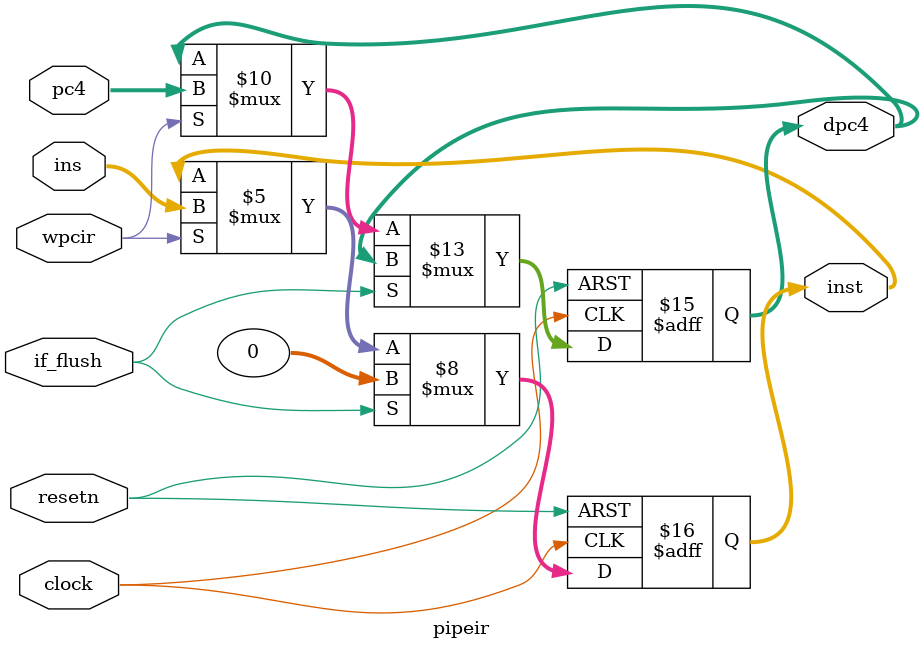
<source format=v>
module pipeir(pc4,ins,wpcir,clock,resetn,dpc4,inst,if_flush);
	input [31:0] pc4,ins;
	input wpcir,clock,resetn,if_flush;
	output [31:0] dpc4,inst;
	
	reg [31:0] dpc4,inst;
	//wire mid_clock;
	//assign mid_clock = clock & (~wpcir);
	
	always @ (posedge clock or negedge resetn)
	begin
			if(resetn==0) 
			begin
				dpc4 <= -4;
				inst <= 0;
			end
			else if(if_flush==1)
			begin
				inst <= 0;
			end
			else if(wpcir==1) 
			begin
				dpc4 <= pc4;
				inst <= ins;
			end
	end
	
endmodule

</source>
